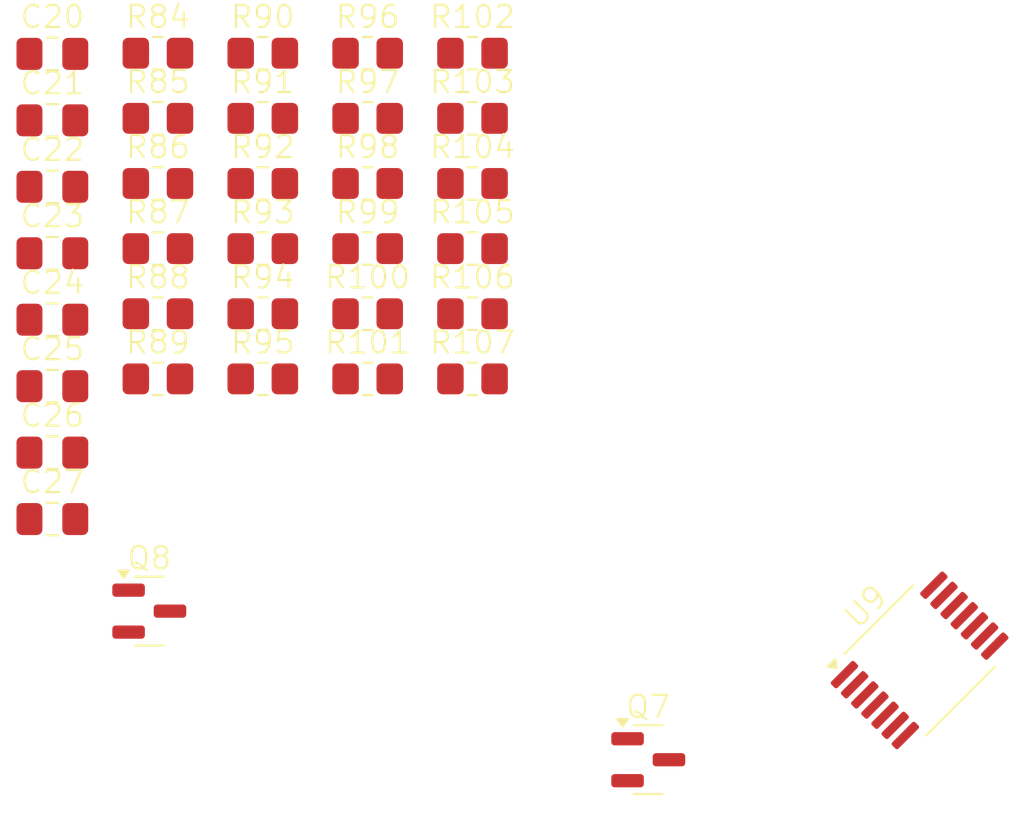
<source format=kicad_pcb>
(kicad_pcb (version 20240108) (generator "pcbnew") (generator_version "8.0")
  (layers (0 "F.Cu" signal) (31 "B.Cu" signal) (34 "B.Paste" user) (35 "F.Paste" user) (36 "B.SilkS" user "B.Silkscreen") (37 "F.SilkS" user "F.Silkscreen") (38 "B.Mask" user) (39 "F.Mask" user) (44 "Edge.Cuts" user))
  (net 0 "")
  (net 1 "GND")
  (net 2 "+12V")
  (net 3 "Net-(Q7-E)")
  (net 4 "Net-(Q8-E)")
  (net 5 "Net-(U9A-+)")
  (net 6 "Net-(U9B-+)")
  (net 7 "Net-(C22-Pad2)")
  (net 8 "Net-(C22-Pad1)")
  (net 9 "Net-(C23-Pad2)")
  (net 10 "Net-(C24-Pad2)")
  (net 11 "Net-(C25-Pad1)")
  (net 12 "Net-(U9D-+)")
  (net 13 "Net-(C26-Pad1)")
  (net 14 "Net-(C27-Pad1)")
  (net 17 "Net-(U9A--)")
  (net 18 "Net-(U9B--)")
  (net 19 "Net-(R91-Pad2)")
  (net 20 "/Utility/WHT_1")
  (net 21 "/Utility/WHT_2")
  (net 22 "Net-(U9C-+)")
  (net 23 "Net-(U9C--)")
  (net 24 "Net-(U9D--)")
  (net 25 "Net-(R104-Pad2)")
  (net 26 "Net-(R105-Pad2)")
  (net 27 "/Utility/BLUE")
  (net 28 "/Utility/PINK")
  (footprint "Capacitor_SMD:C_0805_2012Metric_Pad1.18x1.45mm_HandSolder" (layer "F.Cu") (at 110.725 55.75)
    (property "Reference" "C22" (at 0 -1.68 0) (layer "F.SilkS") (effects (font (thickness 0.1))))
    (property "Value" "5.6nF")
    (fp_line (start -0.261252 -0.735) (end 0.261252 -0.735) (stroke (width 0.1)) (layer "F.SilkS"))
    (fp_line (start -0.261252 0.735) (end 0.261252 0.735) (stroke (width 0.1)) (layer "F.SilkS"))
    (pad "1" smd roundrect (at -1.0375 0) (size 1.175 1.45) (layers "F.Cu" "F.Paste" "F.Mask") (roundrect_rratio 0.212766) (net 8 "Net-(C22-Pad1)"))
    (pad "2" smd roundrect (at 1.0375 0) (size 1.175 1.45) (layers "F.Cu" "F.Paste" "F.Mask") (roundrect_rratio 0.212766) (net 7 "Net-(C22-Pad2)"))
  )
  (footprint "Resistor_SMD:R_0805_2012Metric_Pad1.20x1.40mm_HandSolder" (layer "F.Cu") (at 120.255 55.6)
    (property "Reference" "R92" (at 0 -1.65 0) (layer "F.SilkS") (effects (font (thickness 0.1))))
    (property "Value" "1k")
    (fp_line (start -0.227064 -0.735) (end 0.227064 -0.735) (stroke (width 0.1)) (layer "F.SilkS"))
    (fp_line (start -0.227064 0.735) (end 0.227064 0.735) (stroke (width 0.1)) (layer "F.SilkS"))
    (pad "1" smd roundrect (at -1 0) (size 1.2 1.4) (layers "F.Cu" "F.Paste" "F.Mask") (roundrect_rratio 0.208333) (net 20 "/Utility/WHT_1"))
    (pad "2" smd roundrect (at 1 0) (size 1.2 1.4) (layers "F.Cu" "F.Paste" "F.Mask") (roundrect_rratio 0.208333) (net 8 "Net-(C22-Pad1)"))
  )
  (footprint "Resistor_SMD:R_0805_2012Metric_Pad1.20x1.40mm_HandSolder" (layer "F.Cu") (at 125.005 55.6)
    (property "Reference" "R98" (at 0 -1.65 0) (layer "F.SilkS") (effects (font (thickness 0.1))))
    (property "Value" "10k")
    (fp_line (start -0.227064 -0.735) (end 0.227064 -0.735) (stroke (width 0.1)) (layer "F.SilkS"))
    (fp_line (start -0.227064 0.735) (end 0.227064 0.735) (stroke (width 0.1)) (layer "F.SilkS"))
    (pad "1" smd roundrect (at -1 0) (size 1.2 1.4) (layers "F.Cu" "F.Paste" "F.Mask") (roundrect_rratio 0.208333) (net 10 "Net-(C24-Pad2)"))
    (pad "2" smd roundrect (at 1 0) (size 1.2 1.4) (layers "F.Cu" "F.Paste" "F.Mask") (roundrect_rratio 0.208333) (net 22 "Net-(U9C-+)"))
  )
  (footprint "Resistor_SMD:R_0805_2012Metric_Pad1.20x1.40mm_HandSolder" (layer "F.Cu") (at 125.005 49.7)
    (property "Reference" "R96" (at 0 -1.65 0) (layer "F.SilkS") (effects (font (thickness 0.1))))
    (property "Value" "1M")
    (fp_line (start -0.227064 -0.735) (end 0.227064 -0.735) (stroke (width 0.1)) (layer "F.SilkS"))
    (fp_line (start -0.227064 0.735) (end 0.227064 0.735) (stroke (width 0.1)) (layer "F.SilkS"))
    (pad "1" smd roundrect (at -1 0) (size 1.2 1.4) (layers "F.Cu" "F.Paste" "F.Mask") (roundrect_rratio 0.208333) (net 7 "Net-(C22-Pad2)"))
    (pad "2" smd roundrect (at 1 0) (size 1.2 1.4) (layers "F.Cu" "F.Paste" "F.Mask") (roundrect_rratio 0.208333) (net 22 "Net-(U9C-+)"))
  )
  (footprint "Resistor_SMD:R_0805_2012Metric_Pad1.20x1.40mm_HandSolder" (layer "F.Cu") (at 120.255 64.45)
    (property "Reference" "R95" (at 0 -1.65 0) (layer "F.SilkS") (effects (font (thickness 0.1))))
    (property "Value" "4k7")
    (fp_line (start -0.227064 -0.735) (end 0.227064 -0.735) (stroke (width 0.1)) (layer "F.SilkS"))
    (fp_line (start -0.227064 0.735) (end 0.227064 0.735) (stroke (width 0.1)) (layer "F.SilkS"))
    (pad "1" smd roundrect (at -1 0) (size 1.2 1.4) (layers "F.Cu" "F.Paste" "F.Mask") (roundrect_rratio 0.208333) (net 11 "Net-(C25-Pad1)"))
    (pad "2" smd roundrect (at 1 0) (size 1.2 1.4) (layers "F.Cu" "F.Paste" "F.Mask") (roundrect_rratio 0.208333) (net 1 "GND"))
  )
  (footprint "Resistor_SMD:R_0805_2012Metric_Pad1.20x1.40mm_HandSolder" (layer "F.Cu") (at 129.755 52.65)
    (property "Reference" "R103" (at 0 -1.65 0) (layer "F.SilkS") (effects (font (thickness 0.1))))
    (property "Value" "22k")
    (fp_line (start -0.227064 -0.735) (end 0.227064 -0.735) (stroke (width 0.1)) (layer "F.SilkS"))
    (fp_line (start -0.227064 0.735) (end 0.227064 0.735) (stroke (width 0.1)) (layer "F.SilkS"))
    (pad "1" smd roundrect (at -1 0) (size 1.2 1.4) (layers "F.Cu" "F.Paste" "F.Mask") (roundrect_rratio 0.208333) (net 24 "Net-(U9D--)"))
    (pad "2" smd roundrect (at 1 0) (size 1.2 1.4) (layers "F.Cu" "F.Paste" "F.Mask") (roundrect_rratio 0.208333) (net 1 "GND"))
  )
  (footprint "Resistor_SMD:R_0805_2012Metric_Pad1.20x1.40mm_HandSolder" (layer "F.Cu") (at 115.505 61.5)
    (property "Reference" "R88" (at 0 -1.65 0) (layer "F.SilkS") (effects (font (thickness 0.1))))
    (property "Value" "680R")
    (fp_line (start -0.227064 -0.735) (end 0.227064 -0.735) (stroke (width 0.1)) (layer "F.SilkS"))
    (fp_line (start -0.227064 0.735) (end 0.227064 0.735) (stroke (width 0.1)) (layer "F.SilkS"))
    (pad "1" smd roundrect (at -1 0) (size 1.2 1.4) (layers "F.Cu" "F.Paste" "F.Mask") (roundrect_rratio 0.208333) (net 17 "Net-(U9A--)"))
    (pad "2" smd roundrect (at 1 0) (size 1.2 1.4) (layers "F.Cu" "F.Paste" "F.Mask") (roundrect_rratio 0.208333) (net 1 "GND"))
  )
  (footprint "Resistor_SMD:R_0805_2012Metric_Pad1.20x1.40mm_HandSolder" (layer "F.Cu") (at 120.255 58.55)
    (property "Reference" "R93" (at 0 -1.65 0) (layer "F.SilkS") (effects (font (thickness 0.1))))
    (property "Value" "1k")
    (fp_line (start -0.227064 -0.735) (end 0.227064 -0.735) (stroke (width 0.1)) (layer "F.SilkS"))
    (fp_line (start -0.227064 0.735) (end 0.227064 0.735) (stroke (width 0.1)) (layer "F.SilkS"))
    (pad "1" smd roundrect (at -1 0) (size 1.2 1.4) (layers "F.Cu" "F.Paste" "F.Mask") (roundrect_rratio 0.208333) (net 21 "/Utility/WHT_2"))
    (pad "2" smd roundrect (at 1 0) (size 1.2 1.4) (layers "F.Cu" "F.Paste" "F.Mask") (roundrect_rratio 0.208333) (net 19 "Net-(R91-Pad2)"))
  )
  (footprint "Resistor_SMD:R_0805_2012Metric_Pad1.20x1.40mm_HandSolder" (layer "F.Cu") (at 115.505 64.45)
    (property "Reference" "R89" (at 0 -1.65 0) (layer "F.SilkS") (effects (font (thickness 0.1))))
    (property "Value" "680R")
    (fp_line (start -0.227064 -0.735) (end 0.227064 -0.735) (stroke (width 0.1)) (layer "F.SilkS"))
    (fp_line (start -0.227064 0.735) (end 0.227064 0.735) (stroke (width 0.1)) (layer "F.SilkS"))
    (pad "1" smd roundrect (at -1 0) (size 1.2 1.4) (layers "F.Cu" "F.Paste" "F.Mask") (roundrect_rratio 0.208333) (net 18 "Net-(U9B--)"))
    (pad "2" smd roundrect (at 1 0) (size 1.2 1.4) (layers "F.Cu" "F.Paste" "F.Mask") (roundrect_rratio 0.208333) (net 1 "GND"))
  )
  (footprint "Resistor_SMD:R_0805_2012Metric_Pad1.20x1.40mm_HandSolder" (layer "F.Cu") (at 115.505 52.65)
    (property "Reference" "R85" (at 0 -1.65 0) (layer "F.SilkS") (effects (font (thickness 0.1))))
    (property "Value" "100k")
    (fp_line (start -0.227064 -0.735) (end 0.227064 -0.735) (stroke (width 0.1)) (layer "F.SilkS"))
    (fp_line (start -0.227064 0.735) (end 0.227064 0.735) (stroke (width 0.1)) (layer "F.SilkS"))
    (pad "1" smd roundrect (at -1 0) (size 1.2 1.4) (layers "F.Cu" "F.Paste" "F.Mask") (roundrect_rratio 0.208333) (net 2 "+12V"))
    (pad "2" smd roundrect (at 1 0) (size 1.2 1.4) (layers "F.Cu" "F.Paste" "F.Mask") (roundrect_rratio 0.208333) (net 4 "Net-(Q8-E)"))
  )
  (footprint "Resistor_SMD:R_0805_2012Metric_Pad1.20x1.40mm_HandSolder" (layer "F.Cu") (at 129.755 55.6)
    (property "Reference" "R104" (at 0 -1.65 0) (layer "F.SilkS") (effects (font (thickness 0.1))))
    (property "Value" "33k")
    (fp_line (start -0.227064 -0.735) (end 0.227064 -0.735) (stroke (width 0.1)) (layer "F.SilkS"))
    (fp_line (start -0.227064 0.735) (end 0.227064 0.735) (stroke (width 0.1)) (layer "F.SilkS"))
    (pad "1" smd roundrect (at -1 0) (size 1.2 1.4) (layers "F.Cu" "F.Paste" "F.Mask") (roundrect_rratio 0.208333) (net 23 "Net-(U9C--)"))
    (pad "2" smd roundrect (at 1 0) (size 1.2 1.4) (layers "F.Cu" "F.Paste" "F.Mask") (roundrect_rratio 0.208333) (net 25 "Net-(R104-Pad2)"))
  )
  (footprint "Resistor_SMD:R_0805_2012Metric_Pad1.20x1.40mm_HandSolder" (layer "F.Cu") (at 129.755 58.55)
    (property "Reference" "R105" (at 0 -1.65 0) (layer "F.SilkS") (effects (font (thickness 0.1))))
    (property "Value" "100k")
    (fp_line (start -0.227064 -0.735) (end 0.227064 -0.735) (stroke (width 0.1)) (layer "F.SilkS"))
    (fp_line (start -0.227064 0.735) (end 0.227064 0.735) (stroke (width 0.1)) (layer "F.SilkS"))
    (pad "1" smd roundrect (at -1 0) (size 1.2 1.4) (layers "F.Cu" "F.Paste" "F.Mask") (roundrect_rratio 0.208333) (net 24 "Net-(U9D--)"))
    (pad "2" smd roundrect (at 1 0) (size 1.2 1.4) (layers "F.Cu" "F.Paste" "F.Mask") (roundrect_rratio 0.208333) (net 26 "Net-(R105-Pad2)"))
  )
  (footprint "Resistor_SMD:R_0805_2012Metric_Pad1.20x1.40mm_HandSolder" (layer "F.Cu") (at 120.255 52.65)
    (property "Reference" "R91" (at 0 -1.65 0) (layer "F.SilkS") (effects (font (thickness 0.1))))
    (property "Value" "100k")
    (fp_line (start -0.227064 -0.735) (end 0.227064 -0.735) (stroke (width 0.1)) (layer "F.SilkS"))
    (fp_line (start -0.227064 0.735) (end 0.227064 0.735) (stroke (width 0.1)) (layer "F.SilkS"))
    (pad "1" smd roundrect (at -1 0) (size 1.2 1.4) (layers "F.Cu" "F.Paste" "F.Mask") (roundrect_rratio 0.208333) (net 18 "Net-(U9B--)"))
    (pad "2" smd roundrect (at 1 0) (size 1.2 1.4) (layers "F.Cu" "F.Paste" "F.Mask") (roundrect_rratio 0.208333) (net 19 "Net-(R91-Pad2)"))
  )
  (footprint "Resistor_SMD:R_0805_2012Metric_Pad1.20x1.40mm_HandSolder" (layer "F.Cu") (at 129.755 49.7)
    (property "Reference" "R102" (at 0 -1.65 0) (layer "F.SilkS") (effects (font (thickness 0.1))))
    (property "Value" "100k")
    (fp_line (start -0.227064 -0.735) (end 0.227064 -0.735) (stroke (width 0.1)) (layer "F.SilkS"))
    (fp_line (start -0.227064 0.735) (end 0.227064 0.735) (stroke (width 0.1)) (layer "F.SilkS"))
    (pad "1" smd roundrect (at -1 0) (size 1.2 1.4) (layers "F.Cu" "F.Paste" "F.Mask") (roundrect_rratio 0.208333) (net 23 "Net-(U9C--)"))
    (pad "2" smd roundrect (at 1 0) (size 1.2 1.4) (layers "F.Cu" "F.Paste" "F.Mask") (roundrect_rratio 0.208333) (net 1 "GND"))
  )
  (footprint "Capacitor_SMD:C_0805_2012Metric_Pad1.18x1.45mm_HandSolder" (layer "F.Cu") (at 110.725 52.74)
    (property "Reference" "C21" (at 0 -1.68 0) (layer "F.SilkS") (effects (font (thickness 0.1))))
    (property "Value" "1uF")
    (fp_line (start -0.261252 -0.735) (end 0.261252 -0.735) (stroke (width 0.1)) (layer "F.SilkS"))
    (fp_line (start -0.261252 0.735) (end 0.261252 0.735) (stroke (width 0.1)) (layer "F.SilkS"))
    (pad "1" smd roundrect (at -1.0375 0) (size 1.175 1.45) (layers "F.Cu" "F.Paste" "F.Mask") (roundrect_rratio 0.212766) (net 4 "Net-(Q8-E)"))
    (pad "2" smd roundrect (at 1.0375 0) (size 1.175 1.45) (layers "F.Cu" "F.Paste" "F.Mask") (roundrect_rratio 0.212766) (net 6 "Net-(U9B-+)"))
  )
  (footprint "Package_SO:TSSOP-14_4.4x5mm_P0.65mm" (layer "F.Cu") (at 150.005 77.2 45)
    (property "Reference" "U9" (at 0 -3.449999 45) (layer "F.SilkS") (effects (font (thickness 0.1))))
    (property "Value" "TL074")
    (fp_line (start 0 -2.61) (end -2.2 -2.61) (stroke (width 0.1)) (layer "F.SilkS"))
    (fp_line (start 0 -2.61) (end 2.2 -2.61) (stroke (width 0.1)) (layer "F.SilkS"))
    (fp_line (start 0 2.61) (end -2.2 2.61) (stroke (width 0.1)) (layer "F.SilkS"))
    (fp_line (start 0 2.61) (end 2.2 2.61) (stroke (width 0.1)) (layer "F.SilkS"))
    (fp_poly (pts (xy -2.9 -2.41) (xy -3.14 -2.74) (xy -2.66 -2.740001) (xy -2.9 -2.41)) (stroke (width 0.1)) (fill solid) (layer "F.SilkS"))
    (pad "1" smd roundrect (at -2.8625 -1.95 45) (size 1.475 0.4) (layers "F.Cu" "F.Paste" "F.Mask") (net 8 "Net-(C22-Pad1)"))
    (pad "2" smd roundrect (at -2.8625 -1.3 45) (size 1.475 0.4) (layers "F.Cu" "F.Paste" "F.Mask") (net 17 "Net-(U9A--)"))
    (pad "3" smd roundrect (at -2.8625 -0.65 45) (size 1.475 0.4) (layers "F.Cu" "F.Paste" "F.Mask") (net 5 "Net-(U9A-+)"))
    (pad "4" smd roundrect (at -2.8625 0 45) (size 1.475 0.4) (layers "F.Cu" "F.Paste" "F.Mask"))
    (pad "5" smd roundrect (at -2.8625 0.65 45) (size 1.475 0.4) (layers "F.Cu" "F.Paste" "F.Mask") (net 6 "Net-(U9B-+)"))
    (pad "6" smd roundrect (at -2.8625 1.3 45) (size 1.475 0.4) (layers "F.Cu" "F.Paste" "F.Mask") (net 18 "Net-(U9B--)"))
    (pad "7" smd roundrect (at -2.8625 1.95 45) (size 1.475 0.4) (layers "F.Cu" "F.Paste" "F.Mask") (net 19 "Net-(R91-Pad2)"))
    (pad "8" smd roundrect (at 2.8625 1.95 45) (size 1.475 0.4) (layers "F.Cu" "F.Paste" "F.Mask") (net 25 "Net-(R104-Pad2)"))
    (pad "9" smd roundrect (at 2.8625 1.3 45) (size 1.475 0.4) (layers "F.Cu" "F.Paste" "F.Mask") (net 23 "Net-(U9C--)"))
    (pad "10" smd roundrect (at 2.8625 0.65 45) (size 1.475 0.4) (layers "F.Cu" "F.Paste" "F.Mask") (net 22 "Net-(U9C-+)"))
    (pad "11" smd roundrect (at 2.8625 0 45) (size 1.475 0.4) (layers "F.Cu" "F.Paste" "F.Mask"))
    (pad "12" smd roundrect (at 2.8625 -0.65 45) (size 1.475 0.4) (layers "F.Cu" "F.Paste" "F.Mask") (net 12 "Net-(U9D-+)"))
    (pad "13" smd roundrect (at 2.8625 -1.3 45) (size 1.475 0.4) (layers "F.Cu" "F.Paste" "F.Mask") (net 24 "Net-(U9D--)"))
    (pad "14" smd roundrect (at 2.8625 -1.95 45) (size 1.475 0.4) (layers "F.Cu" "F.Paste" "F.Mask") (net 26 "Net-(R105-Pad2)"))
  )
  (footprint "Package_TO_SOT_SMD:SOT-23" (layer "F.Cu") (at 115.115 74.97)
    (property "Reference" "Q8" (at 0 -2.4 0) (layer "F.SilkS") (effects (font (thickness 0.1))))
    (property "Value" "BC548")
    (fp_line (start 0 -1.56) (end -0.65 -1.56) (stroke (width 0.1)) (layer "F.SilkS"))
    (fp_line (start 0 -1.56) (end 0.65 -1.56) (stroke (width 0.1)) (layer "F.SilkS"))
    (fp_line (start 0 1.56) (end -0.65 1.56) (stroke (width 0.1)) (layer "F.SilkS"))
    (fp_line (start 0 1.56) (end 0.65 1.56) (stroke (width 0.1)) (layer "F.SilkS"))
    (fp_poly (pts (xy -1.1625 -1.51) (xy -1.4025 -1.84) (xy -0.9225 -1.84) (xy -1.1625 -1.51)) (stroke (width 0.1)) (fill solid) (layer "F.SilkS"))
    (pad "1" smd roundrect (at -0.9375 -0.95) (size 1.475 0.6) (layers "F.Cu" "F.Paste" "F.Mask"))
    (pad "2" smd roundrect (at -0.9375 0.95) (size 1.475 0.6) (layers "F.Cu" "F.Paste" "F.Mask") (net 1 "GND"))
    (pad "3" smd roundrect (at 0.9375 0) (size 1.475 0.6) (layers "F.Cu" "F.Paste" "F.Mask") (net 4 "Net-(Q8-E)"))
  )
  (footprint "Capacitor_SMD:C_0805_2012Metric_Pad1.18x1.45mm_HandSolder" (layer "F.Cu") (at 110.725 64.78)
    (property "Reference" "C25" (at 0 -1.68 0) (layer "F.SilkS") (effects (font (thickness 0.1))))
    (property "Value" "680pF")
    (fp_line (start -0.261252 -0.735) (end 0.261252 -0.735) (stroke (width 0.1)) (layer "F.SilkS"))
    (fp_line (start -0.261252 0.735) (end 0.261252 0.735) (stroke (width 0.1)) (layer "F.SilkS"))
    (pad "1" smd roundrect (at -1.0375 0) (size 1.175 1.45) (layers "F.Cu" "F.Paste" "F.Mask") (roundrect_rratio 0.212766) (net 11 "Net-(C25-Pad1)"))
    (pad "2" smd roundrect (at 1.0375 0) (size 1.175 1.45) (layers "F.Cu" "F.Paste" "F.Mask") (roundrect_rratio 0.212766) (net 12 "Net-(U9D-+)"))
  )
  (footprint "Resistor_SMD:R_0805_2012Metric_Pad1.20x1.40mm_HandSolder" (layer "F.Cu") (at 115.505 58.55)
    (property "Reference" "R87" (at 0 -1.65 0) (layer "F.SilkS") (effects (font (thickness 0.1))))
    (property "Value" "100k")
    (fp_line (start -0.227064 -0.735) (end 0.227064 -0.735) (stroke (width 0.1)) (layer "F.SilkS"))
    (fp_line (start -0.227064 0.735) (end 0.227064 0.735) (stroke (width 0.1)) (layer "F.SilkS"))
    (pad "1" smd roundrect (at -1 0) (size 1.2 1.4) (layers "F.Cu" "F.Paste" "F.Mask") (roundrect_rratio 0.208333) (net 6 "Net-(U9B-+)"))
    (pad "2" smd roundrect (at 1 0) (size 1.2 1.4) (layers "F.Cu" "F.Paste" "F.Mask") (roundrect_rratio 0.208333) (net 1 "GND"))
  )
  (footprint "Resistor_SMD:R_0805_2012Metric_Pad1.20x1.40mm_HandSolder" (layer "F.Cu") (at 129.755 61.5)
    (property "Reference" "R106" (at 0 -1.65 0) (layer "F.SilkS") (effects (font (thickness 0.1))))
    (property "Value" "1k")
    (fp_line (start -0.227064 -0.735) (end 0.227064 -0.735) (stroke (width 0.1)) (layer "F.SilkS"))
    (fp_line (start -0.227064 0.735) (end 0.227064 0.735) (stroke (width 0.1)) (layer "F.SilkS"))
    (pad "1" smd roundrect (at -1 0) (size 1.2 1.4) (layers "F.Cu" "F.Paste" "F.Mask") (roundrect_rratio 0.208333) (net 25 "Net-(R104-Pad2)"))
    (pad "2" smd roundrect (at 1 0) (size 1.2 1.4) (layers "F.Cu" "F.Paste" "F.Mask") (roundrect_rratio 0.208333) (net 27 "/Utility/BLUE"))
  )
  (footprint "Capacitor_SMD:C_0805_2012Metric_Pad1.18x1.45mm_HandSolder" (layer "F.Cu") (at 110.725 61.77)
    (property "Reference" "C24" (at 0 -1.68 0) (layer "F.SilkS") (effects (font (thickness 0.1))))
    (property "Value" "680p")
    (fp_line (start -0.261252 -0.735) (end 0.261252 -0.735) (stroke (width 0.1)) (layer "F.SilkS"))
    (fp_line (start -0.261252 0.735) (end 0.261252 0.735) (stroke (width 0.1)) (layer "F.SilkS"))
    (pad "1" smd roundrect (at -1.0375 0) (size 1.175 1.45) (layers "F.Cu" "F.Paste" "F.Mask") (roundrect_rratio 0.212766) (net 8 "Net-(C22-Pad1)"))
    (pad "2" smd roundrect (at 1.0375 0) (size 1.175 1.45) (layers "F.Cu" "F.Paste" "F.Mask") (roundrect_rratio 0.212766) (net 10 "Net-(C24-Pad2)"))
  )
  (footprint "Resistor_SMD:R_0805_2012Metric_Pad1.20x1.40mm_HandSolder" (layer "F.Cu") (at 115.505 49.7)
    (property "Reference" "R84" (at 0 -1.65 0) (layer "F.SilkS") (effects (font (thickness 0.1))))
    (property "Value" "100k")
    (fp_line (start -0.227064 -0.735) (end 0.227064 -0.735) (stroke (width 0.1)) (layer "F.SilkS"))
    (fp_line (start -0.227064 0.735) (end 0.227064 0.735) (stroke (width 0.1)) (layer "F.SilkS"))
    (pad "1" smd roundrect (at -1 0) (size 1.2 1.4) (layers "F.Cu" "F.Paste" "F.Mask") (roundrect_rratio 0.208333) (net 2 "+12V"))
    (pad "2" smd roundrect (at 1 0) (size 1.2 1.4) (layers "F.Cu" "F.Paste" "F.Mask") (roundrect_rratio 0.208333) (net 3 "Net-(Q7-E)"))
  )
  (footprint "Resistor_SMD:R_0805_2012Metric_Pad1.20x1.40mm_HandSolder" (layer "F.Cu") (at 125.005 61.5)
    (property "Reference" "R100" (at 0 -1.65 0) (layer "F.SilkS") (effects (font (thickness 0.1))))
    (property "Value" "20k")
    (fp_line (start -0.227064 -0.735) (end 0.227064 -0.735) (stroke (width 0.1)) (layer "F.SilkS"))
    (fp_line (start -0.227064 0.735) (end 0.227064 0.735) (stroke (width 0.1)) (layer "F.SilkS"))
    (pad "1" smd roundrect (at -1 0) (size 1.2 1.4) (layers "F.Cu" "F.Paste" "F.Mask") (roundrect_rratio 0.208333) (net 22 "Net-(U9C-+)"))
    (pad "2" smd roundrect (at 1 0) (size 1.2 1.4) (layers "F.Cu" "F.Paste" "F.Mask") (roundrect_rratio 0.208333) (net 1 "GND"))
  )
  (footprint "Capacitor_SMD:C_0805_2012Metric_Pad1.18x1.45mm_HandSolder" (layer "F.Cu") (at 110.725 58.76)
    (property "Reference" "C23" (at 0 -1.68 0) (layer "F.SilkS") (effects (font (thickness 0.1))))
    (property "Value" "2.2nF")
    (fp_line (start -0.261252 -0.735) (end 0.261252 -0.735) (stroke (width 0.1)) (layer "F.SilkS"))
    (fp_line (start -0.261252 0.735) (end 0.261252 0.735) (stroke (width 0.1)) (layer "F.SilkS"))
    (pad "1" smd roundrect (at -1.0375 0) (size 1.175 1.45) (layers "F.Cu" "F.Paste" "F.Mask") (roundrect_rratio 0.212766) (net 8 "Net-(C22-Pad1)"))
    (pad "2" smd roundrect (at 1.0375 0) (size 1.175 1.45) (layers "F.Cu" "F.Paste" "F.Mask") (roundrect_rratio 0.212766) (net 9 "Net-(C23-Pad2)"))
  )
  (footprint "Resistor_SMD:R_0805_2012Metric_Pad1.20x1.40mm_HandSolder" (layer "F.Cu") (at 125.005 58.55)
    (property "Reference" "R99" (at 0 -1.65 0) (layer "F.SilkS") (effects (font (thickness 0.1))))
    (property "Value" "47k")
    (fp_line (start -0.227064 -0.735) (end 0.227064 -0.735) (stroke (width 0.1)) (layer "F.SilkS"))
    (fp_line (start -0.227064 0.735) (end 0.227064 0.735) (stroke (width 0.1)) (layer "F.SilkS"))
    (pad "1" smd roundrect (at -1 0) (size 1.2 1.4) (layers "F.Cu" "F.Paste" "F.Mask") (roundrect_rratio 0.208333) (net 13 "Net-(C26-Pad1)"))
    (pad "2" smd roundrect (at 1 0) (size 1.2 1.4) (layers "F.Cu" "F.Paste" "F.Mask") (roundrect_rratio 0.208333) (net 1 "GND"))
  )
  (footprint "Capacitor_SMD:C_0805_2012Metric_Pad1.18x1.45mm_HandSolder" (layer "F.Cu") (at 110.725 49.73)
    (property "Reference" "C20" (at 0 -1.68 0) (layer "F.SilkS") (effects (font (thickness 0.1))))
    (property "Value" "1uF")
    (fp_line (start -0.261252 -0.735) (end 0.261252 -0.735) (stroke (width 0.1)) (layer "F.SilkS"))
    (fp_line (start -0.261252 0.735) (end 0.261252 0.735) (stroke (width 0.1)) (layer "F.SilkS"))
    (pad "1" smd roundrect (at -1.0375 0) (size 1.175 1.45) (layers "F.Cu" "F.Paste" "F.Mask") (roundrect_rratio 0.212766) (net 3 "Net-(Q7-E)"))
    (pad "2" smd roundrect (at 1.0375 0) (size 1.175 1.45) (layers "F.Cu" "F.Paste" "F.Mask") (roundrect_rratio 0.212766) (net 5 "Net-(U9A-+)"))
  )
  (footprint "Resistor_SMD:R_0805_2012Metric_Pad1.20x1.40mm_HandSolder" (layer "F.Cu") (at 120.255 49.7)
    (property "Reference" "R90" (at 0 -1.65 0) (layer "F.SilkS") (effects (font (thickness 0.1))))
    (property "Value" "100k")
    (fp_line (start -0.227064 -0.735) (end 0.227064 -0.735) (stroke (width 0.1)) (layer "F.SilkS"))
    (fp_line (start -0.227064 0.735) (end 0.227064 0.735) (stroke (width 0.1)) (layer "F.SilkS"))
    (pad "1" smd roundrect (at -1 0) (size 1.2 1.4) (layers "F.Cu" "F.Paste" "F.Mask") (roundrect_rratio 0.208333) (net 17 "Net-(U9A--)"))
    (pad "2" smd roundrect (at 1 0) (size 1.2 1.4) (layers "F.Cu" "F.Paste" "F.Mask") (roundrect_rratio 0.208333) (net 8 "Net-(C22-Pad1)"))
  )
  (footprint "Resistor_SMD:R_0805_2012Metric_Pad1.20x1.40mm_HandSolder" (layer "F.Cu") (at 129.755 64.45)
    (property "Reference" "R107" (at 0 -1.65 0) (layer "F.SilkS") (effects (font (thickness 0.1))))
    (property "Value" "1k")
    (fp_line (start -0.227064 -0.735) (end 0.227064 -0.735) (stroke (width 0.1)) (layer "F.SilkS"))
    (fp_line (start -0.227064 0.735) (end 0.227064 0.735) (stroke (width 0.1)) (layer "F.SilkS"))
    (pad "1" smd roundrect (at -1 0) (size 1.2 1.4) (layers "F.Cu" "F.Paste" "F.Mask") (roundrect_rratio 0.208333) (net 26 "Net-(R105-Pad2)"))
    (pad "2" smd roundrect (at 1 0) (size 1.2 1.4) (layers "F.Cu" "F.Paste" "F.Mask") (roundrect_rratio 0.208333) (net 28 "/Utility/PINK"))
  )
  (footprint "Resistor_SMD:R_0805_2012Metric_Pad1.20x1.40mm_HandSolder" (layer "F.Cu") (at 120.255 61.5)
    (property "Reference" "R94" (at 0 -1.65 0) (layer "F.SilkS") (effects (font (thickness 0.1))))
    (property "Value" "100k")
    (fp_line (start -0.227064 -0.735) (end 0.227064 -0.735) (stroke (width 0.1)) (layer "F.SilkS"))
    (fp_line (start -0.227064 0.735) (end 0.227064 0.735) (stroke (width 0.1)) (layer "F.SilkS"))
    (pad "1" smd roundrect (at -1 0) (size 1.2 1.4) (layers "F.Cu" "F.Paste" "F.Mask") (roundrect_rratio 0.208333) (net 19 "Net-(R91-Pad2)"))
    (pad "2" smd roundrect (at 1 0) (size 1.2 1.4) (layers "F.Cu" "F.Paste" "F.Mask") (roundrect_rratio 0.208333) (net 12 "Net-(U9D-+)"))
  )
  (footprint "Resistor_SMD:R_0805_2012Metric_Pad1.20x1.40mm_HandSolder" (layer "F.Cu") (at 115.505 55.6)
    (property "Reference" "R86" (at 0 -1.65 0) (layer "F.SilkS") (effects (font (thickness 0.1))))
    (property "Value" "100k")
    (fp_line (start -0.227064 -0.735) (end 0.227064 -0.735) (stroke (width 0.1)) (layer "F.SilkS"))
    (fp_line (start -0.227064 0.735) (end 0.227064 0.735) (stroke (width 0.1)) (layer "F.SilkS"))
    (pad "1" smd roundrect (at -1 0) (size 1.2 1.4) (layers "F.Cu" "F.Paste" "F.Mask") (roundrect_rratio 0.208333) (net 5 "Net-(U9A-+)"))
    (pad "2" smd roundrect (at 1 0) (size 1.2 1.4) (layers "F.Cu" "F.Paste" "F.Mask") (roundrect_rratio 0.208333) (net 1 "GND"))
  )
  (footprint "Package_TO_SOT_SMD:SOT-23" (layer "F.Cu") (at 137.715 81.7)
    (property "Reference" "Q7" (at 0 -2.4 0) (layer "F.SilkS") (effects (font (thickness 0.1))))
    (property "Value" "BC548")
    (fp_line (start 0 -1.56) (end -0.65 -1.56) (stroke (width 0.1)) (layer "F.SilkS"))
    (fp_line (start 0 -1.56) (end 0.65 -1.56) (stroke (width 0.1)) (layer "F.SilkS"))
    (fp_line (start 0 1.56) (end -0.65 1.56) (stroke (width 0.1)) (layer "F.SilkS"))
    (fp_line (start 0 1.56) (end 0.65 1.56) (stroke (width 0.1)) (layer "F.SilkS"))
    (fp_poly (pts (xy -1.1625 -1.51) (xy -1.4025 -1.84) (xy -0.9225 -1.84) (xy -1.1625 -1.51)) (stroke (width 0.1)) (fill solid) (layer "F.SilkS"))
    (pad "1" smd roundrect (at -0.9375 -0.95) (size 1.475 0.6) (layers "F.Cu" "F.Paste" "F.Mask"))
    (pad "2" smd roundrect (at -0.9375 0.95) (size 1.475 0.6) (layers "F.Cu" "F.Paste" "F.Mask") (net 1 "GND"))
    (pad "3" smd roundrect (at 0.9375 0) (size 1.475 0.6) (layers "F.Cu" "F.Paste" "F.Mask") (net 3 "Net-(Q7-E)"))
  )
  (footprint "Capacitor_SMD:C_0805_2012Metric_Pad1.18x1.45mm_HandSolder" (layer "F.Cu") (at 110.725 67.79)
    (property "Reference" "C26" (at 0 -1.68 0) (layer "F.SilkS") (effects (font (thickness 0.1))))
    (property "Value" "2.2nF")
    (fp_line (start -0.261252 -0.735) (end 0.261252 -0.735) (stroke (width 0.1)) (layer "F.SilkS"))
    (fp_line (start -0.261252 0.735) (end 0.261252 0.735) (stroke (width 0.1)) (layer "F.SilkS"))
    (pad "1" smd roundrect (at -1.0375 0) (size 1.175 1.45) (layers "F.Cu" "F.Paste" "F.Mask") (roundrect_rratio 0.212766) (net 13 "Net-(C26-Pad1)"))
    (pad "2" smd roundrect (at 1.0375 0) (size 1.175 1.45) (layers "F.Cu" "F.Paste" "F.Mask") (roundrect_rratio 0.212766) (net 12 "Net-(U9D-+)"))
  )
  (footprint "Resistor_SMD:R_0805_2012Metric_Pad1.20x1.40mm_HandSolder" (layer "F.Cu") (at 125.005 52.65)
    (property "Reference" "R97" (at 0 -1.65 0) (layer "F.SilkS") (effects (font (thickness 0.1))))
    (property "Value" "470k")
    (fp_line (start -0.227064 -0.735) (end 0.227064 -0.735) (stroke (width 0.1)) (layer "F.SilkS"))
    (fp_line (start -0.227064 0.735) (end 0.227064 0.735) (stroke (width 0.1)) (layer "F.SilkS"))
    (pad "1" smd roundrect (at -1 0) (size 1.2 1.4) (layers "F.Cu" "F.Paste" "F.Mask") (roundrect_rratio 0.208333) (net 9 "Net-(C23-Pad2)"))
    (pad "2" smd roundrect (at 1 0) (size 1.2 1.4) (layers "F.Cu" "F.Paste" "F.Mask") (roundrect_rratio 0.208333) (net 22 "Net-(U9C-+)"))
  )
  (footprint "Resistor_SMD:R_0805_2012Metric_Pad1.20x1.40mm_HandSolder" (layer "F.Cu") (at 125.005 64.45)
    (property "Reference" "R101" (at 0 -1.65 0) (layer "F.SilkS") (effects (font (thickness 0.1))))
    (property "Value" "470k")
    (fp_line (start -0.227064 -0.735) (end 0.227064 -0.735) (stroke (width 0.1)) (layer "F.SilkS"))
    (fp_line (start -0.227064 0.735) (end 0.227064 0.735) (stroke (width 0.1)) (layer "F.SilkS"))
    (pad "1" smd roundrect (at -1 0) (size 1.2 1.4) (layers "F.Cu" "F.Paste" "F.Mask") (roundrect_rratio 0.208333) (net 14 "Net-(C27-Pad1)"))
    (pad "2" smd roundrect (at 1 0) (size 1.2 1.4) (layers "F.Cu" "F.Paste" "F.Mask") (roundrect_rratio 0.208333) (net 1 "GND"))
  )
  (footprint "Capacitor_SMD:C_0805_2012Metric_Pad1.18x1.45mm_HandSolder" (layer "F.Cu") (at 110.725 70.8)
    (property "Reference" "C27" (at 0 -1.68 0) (layer "F.SilkS") (effects (font (thickness 0.1))))
    (property "Value" "5.6nF")
    (fp_line (start -0.261252 -0.735) (end 0.261252 -0.735) (stroke (width 0.1)) (layer "F.SilkS"))
    (fp_line (start -0.261252 0.735) (end 0.261252 0.735) (stroke (width 0.1)) (layer "F.SilkS"))
    (pad "1" smd roundrect (at -1.0375 0) (size 1.175 1.45) (layers "F.Cu" "F.Paste" "F.Mask") (roundrect_rratio 0.212766) (net 14 "Net-(C27-Pad1)"))
    (pad "2" smd roundrect (at 1.0375 0) (size 1.175 1.45) (layers "F.Cu" "F.Paste" "F.Mask") (roundrect_rratio 0.212766) (net 12 "Net-(U9D-+)"))
  )
)
</source>
